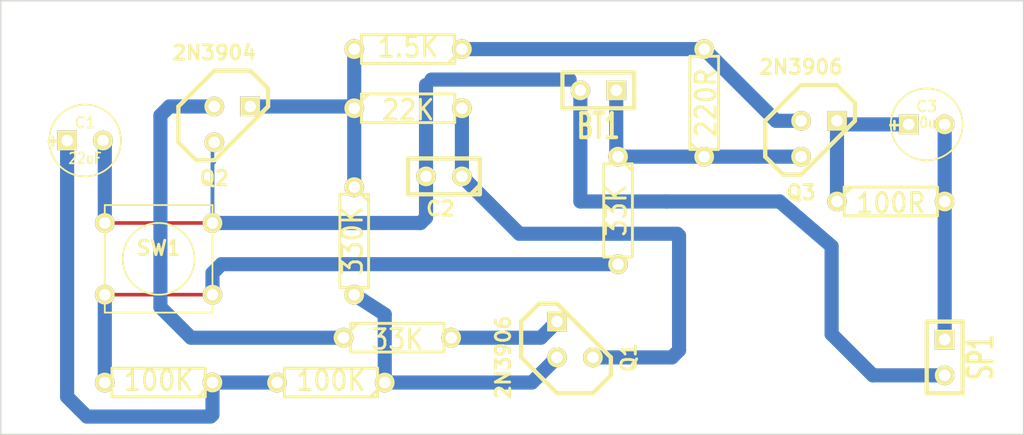
<source format=kicad_pcb>
(kicad_pcb (version 3) (host pcbnew "(2013-07-07 BZR 4022)-stable")

  (general
    (links 29)
    (no_connects 0)
    (area 78.943999 35.382999 151.434001 66.217001)
    (thickness 1.6)
    (drawings 5)
    (tracks 66)
    (zones 0)
    (modules 18)
    (nets 13)
  )

  (page A3)
  (title_block 
    (title "Sirene Transistor")
    (rev 1)
    (company "Garoa Hacker Clube")
    (comment 1 "Daniel Quadros")
  )

  (layers
    (15 F.Cu signal)
    (0 B.Cu signal)
    (16 B.Adhes user)
    (17 F.Adhes user)
    (18 B.Paste user)
    (19 F.Paste user)
    (20 B.SilkS user)
    (21 F.SilkS user)
    (22 B.Mask user)
    (23 F.Mask user)
    (24 Dwgs.User user)
    (25 Cmts.User user)
    (26 Eco1.User user)
    (27 Eco2.User user)
    (28 Edge.Cuts user)
  )

  (setup
    (last_trace_width 1)
    (user_trace_width 1)
    (trace_clearance 0.254)
    (zone_clearance 0.508)
    (zone_45_only no)
    (trace_min 0.254)
    (segment_width 0.2)
    (edge_width 0.1)
    (via_size 0.889)
    (via_drill 0.635)
    (via_min_size 0.889)
    (via_min_drill 0.508)
    (uvia_size 0.508)
    (uvia_drill 0.127)
    (uvias_allowed no)
    (uvia_min_size 0.508)
    (uvia_min_drill 0.127)
    (pcb_text_width 0.3)
    (pcb_text_size 1.5 1.5)
    (mod_edge_width 0.15)
    (mod_text_size 1 1)
    (mod_text_width 0.15)
    (pad_size 1.5 1.5)
    (pad_drill 0.6)
    (pad_to_mask_clearance 0)
    (aux_axis_origin 0 0)
    (visible_elements 7FFFFFFF)
    (pcbplotparams
      (layerselection 3178497)
      (usegerberextensions true)
      (excludeedgelayer true)
      (linewidth 0.150000)
      (plotframeref false)
      (viasonmask false)
      (mode 1)
      (useauxorigin false)
      (hpglpennumber 1)
      (hpglpenspeed 20)
      (hpglpendiameter 15)
      (hpglpenoverlay 2)
      (psnegative false)
      (psa4output false)
      (plotreference true)
      (plotvalue true)
      (plotothertext true)
      (plotinvisibletext false)
      (padsonsilk false)
      (subtractmaskfromsilk false)
      (outputformat 1)
      (mirror false)
      (drillshape 1)
      (scaleselection 1)
      (outputdirectory ""))
  )

  (net 0 "")
  (net 1 N-000001)
  (net 2 N-0000010)
  (net 3 N-0000011)
  (net 4 N-0000012)
  (net 5 N-000002)
  (net 6 N-000003)
  (net 7 N-000004)
  (net 8 N-000005)
  (net 9 N-000006)
  (net 10 N-000007)
  (net 11 N-000008)
  (net 12 N-000009)

  (net_class Default "This is the default net class."
    (clearance 0.254)
    (trace_width 0.254)
    (via_dia 0.889)
    (via_drill 0.635)
    (uvia_dia 0.508)
    (uvia_drill 0.127)
    (add_net "")
    (add_net N-000001)
    (add_net N-0000010)
    (add_net N-0000011)
    (add_net N-0000012)
    (add_net N-000002)
    (add_net N-000003)
    (add_net N-000004)
    (add_net N-000005)
    (add_net N-000006)
    (add_net N-000007)
    (add_net N-000008)
    (add_net N-000009)
  )

  (module TO92-123 (layer F.Cu) (tedit 4C5F51CE) (tstamp 54E71EB4)
    (at 119.634 59.436 90)
    (descr "Transistor TO92 brochage type BC237")
    (tags "TR TO92")
    (path /54BD78A0)
    (fp_text reference Q1 (at -1.27 3.81 90) (layer F.SilkS)
      (effects (font (size 1.016 1.016) (thickness 0.2032)))
    )
    (fp_text value 2N3906 (at -1.27 -5.08 90) (layer F.SilkS)
      (effects (font (size 1.016 1.016) (thickness 0.2032)))
    )
    (fp_line (start -1.27 2.54) (end 2.54 -1.27) (layer F.SilkS) (width 0.3048))
    (fp_line (start 2.54 -1.27) (end 2.54 -2.54) (layer F.SilkS) (width 0.3048))
    (fp_line (start 2.54 -2.54) (end 1.27 -3.81) (layer F.SilkS) (width 0.3048))
    (fp_line (start 1.27 -3.81) (end -1.27 -3.81) (layer F.SilkS) (width 0.3048))
    (fp_line (start -1.27 -3.81) (end -3.81 -1.27) (layer F.SilkS) (width 0.3048))
    (fp_line (start -3.81 -1.27) (end -3.81 1.27) (layer F.SilkS) (width 0.3048))
    (fp_line (start -3.81 1.27) (end -2.54 2.54) (layer F.SilkS) (width 0.3048))
    (fp_line (start -2.54 2.54) (end -1.27 2.54) (layer F.SilkS) (width 0.3048))
    (pad 3 thru_hole rect (at 1.27 -1.27 90) (size 1.397 1.397) (drill 0.8128)
      (layers *.Cu *.Mask F.SilkS)
      (net 11 N-000008)
    )
    (pad 2 thru_hole circle (at -1.27 -1.27 90) (size 1.397 1.397) (drill 0.8128)
      (layers *.Cu *.Mask F.SilkS)
      (net 12 N-000009)
    )
    (pad 1 thru_hole circle (at -1.27 1.27 90) (size 1.397 1.397) (drill 0.8128)
      (layers *.Cu *.Mask F.SilkS)
      (net 1 N-000001)
    )
    (model discret/to98.wrl
      (at (xyz 0 0 0))
      (scale (xyz 1 1 1))
      (rotate (xyz 0 0 0))
    )
  )

  (module TO92-123 (layer F.Cu) (tedit 4C5F51CE) (tstamp 54E71EC3)
    (at 136.906 45.212)
    (descr "Transistor TO92 brochage type BC237")
    (tags "TR TO92")
    (path /54BD78C8)
    (fp_text reference Q3 (at -1.27 3.81) (layer F.SilkS)
      (effects (font (size 1.016 1.016) (thickness 0.2032)))
    )
    (fp_text value 2N3906 (at -1.27 -5.08) (layer F.SilkS)
      (effects (font (size 1.016 1.016) (thickness 0.2032)))
    )
    (fp_line (start -1.27 2.54) (end 2.54 -1.27) (layer F.SilkS) (width 0.3048))
    (fp_line (start 2.54 -1.27) (end 2.54 -2.54) (layer F.SilkS) (width 0.3048))
    (fp_line (start 2.54 -2.54) (end 1.27 -3.81) (layer F.SilkS) (width 0.3048))
    (fp_line (start 1.27 -3.81) (end -1.27 -3.81) (layer F.SilkS) (width 0.3048))
    (fp_line (start -1.27 -3.81) (end -3.81 -1.27) (layer F.SilkS) (width 0.3048))
    (fp_line (start -3.81 -1.27) (end -3.81 1.27) (layer F.SilkS) (width 0.3048))
    (fp_line (start -3.81 1.27) (end -2.54 2.54) (layer F.SilkS) (width 0.3048))
    (fp_line (start -2.54 2.54) (end -1.27 2.54) (layer F.SilkS) (width 0.3048))
    (pad 3 thru_hole rect (at 1.27 -1.27) (size 1.397 1.397) (drill 0.8128)
      (layers *.Cu *.Mask F.SilkS)
      (net 7 N-000004)
    )
    (pad 2 thru_hole circle (at -1.27 -1.27) (size 1.397 1.397) (drill 0.8128)
      (layers *.Cu *.Mask F.SilkS)
      (net 6 N-000003)
    )
    (pad 1 thru_hole circle (at -1.27 1.27) (size 1.397 1.397) (drill 0.8128)
      (layers *.Cu *.Mask F.SilkS)
      (net 9 N-000006)
    )
    (model discret/to98.wrl
      (at (xyz 0 0 0))
      (scale (xyz 1 1 1))
      (rotate (xyz 0 0 0))
    )
  )

  (module TO92-123 (layer F.Cu) (tedit 4C5F51CE) (tstamp 54E71ED2)
    (at 95.377 44.196)
    (descr "Transistor TO92 brochage type BC237")
    (tags "TR TO92")
    (path /54BD78D6)
    (fp_text reference Q2 (at -1.27 3.81) (layer F.SilkS)
      (effects (font (size 1.016 1.016) (thickness 0.2032)))
    )
    (fp_text value 2N3904 (at -1.27 -5.08) (layer F.SilkS)
      (effects (font (size 1.016 1.016) (thickness 0.2032)))
    )
    (fp_line (start -1.27 2.54) (end 2.54 -1.27) (layer F.SilkS) (width 0.3048))
    (fp_line (start 2.54 -1.27) (end 2.54 -2.54) (layer F.SilkS) (width 0.3048))
    (fp_line (start 2.54 -2.54) (end 1.27 -3.81) (layer F.SilkS) (width 0.3048))
    (fp_line (start 1.27 -3.81) (end -1.27 -3.81) (layer F.SilkS) (width 0.3048))
    (fp_line (start -1.27 -3.81) (end -3.81 -1.27) (layer F.SilkS) (width 0.3048))
    (fp_line (start -3.81 -1.27) (end -3.81 1.27) (layer F.SilkS) (width 0.3048))
    (fp_line (start -3.81 1.27) (end -2.54 2.54) (layer F.SilkS) (width 0.3048))
    (fp_line (start -2.54 2.54) (end -1.27 2.54) (layer F.SilkS) (width 0.3048))
    (pad 3 thru_hole rect (at 1.27 -1.27) (size 1.397 1.397) (drill 0.8128)
      (layers *.Cu *.Mask F.SilkS)
      (net 5 N-000002)
    )
    (pad 2 thru_hole circle (at -1.27 -1.27) (size 1.397 1.397) (drill 0.8128)
      (layers *.Cu *.Mask F.SilkS)
      (net 10 N-000007)
    )
    (pad 1 thru_hole circle (at -1.27 1.27) (size 1.397 1.397) (drill 0.8128)
      (layers *.Cu *.Mask F.SilkS)
      (net 3 N-0000011)
    )
    (model discret/to98.wrl
      (at (xyz 0 0 0))
      (scale (xyz 1 1 1))
      (rotate (xyz 0 0 0))
    )
  )

  (module SW_PUSH_SMALL (layer F.Cu) (tedit 46544DB3) (tstamp 54E723FF)
    (at 90.17 53.721)
    (path /54BD799D)
    (fp_text reference SW1 (at 0 -0.762) (layer F.SilkS)
      (effects (font (size 1.016 1.016) (thickness 0.2032)))
    )
    (fp_text value " " (at 0 1.016) (layer F.SilkS)
      (effects (font (size 1.016 1.016) (thickness 0.2032)))
    )
    (fp_circle (center 0 0) (end 0 -2.54) (layer F.SilkS) (width 0.127))
    (fp_line (start -3.81 -3.81) (end 3.81 -3.81) (layer F.SilkS) (width 0.127))
    (fp_line (start 3.81 -3.81) (end 3.81 3.81) (layer F.SilkS) (width 0.127))
    (fp_line (start 3.81 3.81) (end -3.81 3.81) (layer F.SilkS) (width 0.127))
    (fp_line (start -3.81 -3.81) (end -3.81 3.81) (layer F.SilkS) (width 0.127))
    (pad 1 thru_hole circle (at 3.81 -2.54) (size 1.397 1.397) (drill 0.8128)
      (layers *.Cu *.Mask F.SilkS)
      (net 3 N-0000011)
    )
    (pad 2 thru_hole circle (at 3.81 2.54) (size 1.397 1.397) (drill 0.8128)
      (layers *.Cu *.Mask F.SilkS)
      (net 4 N-0000012)
    )
    (pad 1 thru_hole circle (at -3.81 -2.54) (size 1.397 1.397) (drill 0.8128)
      (layers *.Cu *.Mask F.SilkS)
      (net 3 N-0000011)
    )
    (pad 2 thru_hole circle (at -3.81 2.54) (size 1.397 1.397) (drill 0.8128)
      (layers *.Cu *.Mask F.SilkS)
      (net 4 N-0000012)
    )
  )

  (module SIL-2 (layer F.Cu) (tedit 200000) (tstamp 54E71EE9)
    (at 121.285 41.783 180)
    (descr "Connecteurs 2 pins")
    (tags "CONN DEV")
    (path /54BD7BE4)
    (fp_text reference BT1 (at 0 -2.54 180) (layer F.SilkS)
      (effects (font (size 1.72974 1.08712) (thickness 0.3048)))
    )
    (fp_text value 9V (at 0 -2.54 180) (layer F.SilkS) hide
      (effects (font (size 1.524 1.016) (thickness 0.3048)))
    )
    (fp_line (start -2.54 1.27) (end -2.54 -1.27) (layer F.SilkS) (width 0.3048))
    (fp_line (start -2.54 -1.27) (end 2.54 -1.27) (layer F.SilkS) (width 0.3048))
    (fp_line (start 2.54 -1.27) (end 2.54 1.27) (layer F.SilkS) (width 0.3048))
    (fp_line (start 2.54 1.27) (end -2.54 1.27) (layer F.SilkS) (width 0.3048))
    (pad 1 thru_hole rect (at -1.27 0 180) (size 1.397 1.397) (drill 0.8128)
      (layers *.Cu *.Mask F.SilkS)
      (net 9 N-000006)
    )
    (pad 2 thru_hole circle (at 1.27 0 180) (size 1.397 1.397) (drill 0.8128)
      (layers *.Cu *.Mask F.SilkS)
      (net 3 N-0000011)
    )
  )

  (module SIL-2 (layer F.Cu) (tedit 200000) (tstamp 54E720F0)
    (at 145.796 60.706 270)
    (descr "Connecteurs 2 pins")
    (tags "CONN DEV")
    (path /54BD7B9A)
    (fp_text reference SP1 (at 0 -2.54 270) (layer F.SilkS)
      (effects (font (size 1.72974 1.08712) (thickness 0.3048)))
    )
    (fp_text value SPEAKER (at 0 -2.54 270) (layer F.SilkS) hide
      (effects (font (size 1.524 1.016) (thickness 0.3048)))
    )
    (fp_line (start -2.54 1.27) (end -2.54 -1.27) (layer F.SilkS) (width 0.3048))
    (fp_line (start -2.54 -1.27) (end 2.54 -1.27) (layer F.SilkS) (width 0.3048))
    (fp_line (start 2.54 -1.27) (end 2.54 1.27) (layer F.SilkS) (width 0.3048))
    (fp_line (start 2.54 1.27) (end -2.54 1.27) (layer F.SilkS) (width 0.3048))
    (pad 1 thru_hole rect (at -1.27 0 270) (size 1.397 1.397) (drill 0.8128)
      (layers *.Cu *.Mask F.SilkS)
      (net 8 N-000005)
    )
    (pad 2 thru_hole circle (at 1.27 0 270) (size 1.397 1.397) (drill 0.8128)
      (layers *.Cu *.Mask F.SilkS)
      (net 3 N-0000011)
    )
  )

  (module R3 (layer F.Cu) (tedit 4E4C0E65) (tstamp 54E71F01)
    (at 107.823 38.862 180)
    (descr "Resitance 3 pas")
    (tags R)
    (path /54BD7B36)
    (autoplace_cost180 10)
    (fp_text reference R7 (at 0 0.127 180) (layer F.SilkS) hide
      (effects (font (size 1.397 1.27) (thickness 0.2032)))
    )
    (fp_text value 1.5K (at 0 0.127 180) (layer F.SilkS)
      (effects (font (size 1.397 1.27) (thickness 0.2032)))
    )
    (fp_line (start -3.81 0) (end -3.302 0) (layer F.SilkS) (width 0.2032))
    (fp_line (start 3.81 0) (end 3.302 0) (layer F.SilkS) (width 0.2032))
    (fp_line (start 3.302 0) (end 3.302 -1.016) (layer F.SilkS) (width 0.2032))
    (fp_line (start 3.302 -1.016) (end -3.302 -1.016) (layer F.SilkS) (width 0.2032))
    (fp_line (start -3.302 -1.016) (end -3.302 1.016) (layer F.SilkS) (width 0.2032))
    (fp_line (start -3.302 1.016) (end 3.302 1.016) (layer F.SilkS) (width 0.2032))
    (fp_line (start 3.302 1.016) (end 3.302 0) (layer F.SilkS) (width 0.2032))
    (fp_line (start -3.302 -0.508) (end -2.794 -1.016) (layer F.SilkS) (width 0.2032))
    (pad 1 thru_hole circle (at -3.81 0 180) (size 1.397 1.397) (drill 0.8128)
      (layers *.Cu *.Mask F.SilkS)
      (net 6 N-000003)
    )
    (pad 2 thru_hole circle (at 3.81 0 180) (size 1.397 1.397) (drill 0.8128)
      (layers *.Cu *.Mask F.SilkS)
      (net 5 N-000002)
    )
    (model discret/resistor.wrl
      (at (xyz 0 0 0))
      (scale (xyz 0.3 0.3 0.3))
      (rotate (xyz 0 0 0))
    )
  )

  (module R3 (layer F.Cu) (tedit 4E4C0E65) (tstamp 54E71F0F)
    (at 107.823 43.053)
    (descr "Resitance 3 pas")
    (tags R)
    (path /54BD7B05)
    (autoplace_cost180 10)
    (fp_text reference R5 (at 0 0.127) (layer F.SilkS) hide
      (effects (font (size 1.397 1.27) (thickness 0.2032)))
    )
    (fp_text value 22K (at 0 0.127) (layer F.SilkS)
      (effects (font (size 1.397 1.27) (thickness 0.2032)))
    )
    (fp_line (start -3.81 0) (end -3.302 0) (layer F.SilkS) (width 0.2032))
    (fp_line (start 3.81 0) (end 3.302 0) (layer F.SilkS) (width 0.2032))
    (fp_line (start 3.302 0) (end 3.302 -1.016) (layer F.SilkS) (width 0.2032))
    (fp_line (start 3.302 -1.016) (end -3.302 -1.016) (layer F.SilkS) (width 0.2032))
    (fp_line (start -3.302 -1.016) (end -3.302 1.016) (layer F.SilkS) (width 0.2032))
    (fp_line (start -3.302 1.016) (end 3.302 1.016) (layer F.SilkS) (width 0.2032))
    (fp_line (start 3.302 1.016) (end 3.302 0) (layer F.SilkS) (width 0.2032))
    (fp_line (start -3.302 -0.508) (end -2.794 -1.016) (layer F.SilkS) (width 0.2032))
    (pad 1 thru_hole circle (at -3.81 0) (size 1.397 1.397) (drill 0.8128)
      (layers *.Cu *.Mask F.SilkS)
      (net 5 N-000002)
    )
    (pad 2 thru_hole circle (at 3.81 0) (size 1.397 1.397) (drill 0.8128)
      (layers *.Cu *.Mask F.SilkS)
      (net 1 N-000001)
    )
    (model discret/resistor.wrl
      (at (xyz 0 0 0))
      (scale (xyz 0.3 0.3 0.3))
      (rotate (xyz 0 0 0))
    )
  )

  (module R3 (layer F.Cu) (tedit 4E4C0E65) (tstamp 54E71F1D)
    (at 128.778 42.672 90)
    (descr "Resitance 3 pas")
    (tags R)
    (path /54BD7B45)
    (autoplace_cost180 10)
    (fp_text reference R8 (at 0 0.127 90) (layer F.SilkS) hide
      (effects (font (size 1.397 1.27) (thickness 0.2032)))
    )
    (fp_text value 220R (at 0 0.127 90) (layer F.SilkS)
      (effects (font (size 1.397 1.27) (thickness 0.2032)))
    )
    (fp_line (start -3.81 0) (end -3.302 0) (layer F.SilkS) (width 0.2032))
    (fp_line (start 3.81 0) (end 3.302 0) (layer F.SilkS) (width 0.2032))
    (fp_line (start 3.302 0) (end 3.302 -1.016) (layer F.SilkS) (width 0.2032))
    (fp_line (start 3.302 -1.016) (end -3.302 -1.016) (layer F.SilkS) (width 0.2032))
    (fp_line (start -3.302 -1.016) (end -3.302 1.016) (layer F.SilkS) (width 0.2032))
    (fp_line (start -3.302 1.016) (end 3.302 1.016) (layer F.SilkS) (width 0.2032))
    (fp_line (start 3.302 1.016) (end 3.302 0) (layer F.SilkS) (width 0.2032))
    (fp_line (start -3.302 -0.508) (end -2.794 -1.016) (layer F.SilkS) (width 0.2032))
    (pad 1 thru_hole circle (at -3.81 0 90) (size 1.397 1.397) (drill 0.8128)
      (layers *.Cu *.Mask F.SilkS)
      (net 9 N-000006)
    )
    (pad 2 thru_hole circle (at 3.81 0 90) (size 1.397 1.397) (drill 0.8128)
      (layers *.Cu *.Mask F.SilkS)
      (net 6 N-000003)
    )
    (model discret/resistor.wrl
      (at (xyz 0 0 0))
      (scale (xyz 0.3 0.3 0.3))
      (rotate (xyz 0 0 0))
    )
  )

  (module R3 (layer F.Cu) (tedit 4E4C0E65) (tstamp 54E721B6)
    (at 122.682 50.292 270)
    (descr "Resitance 3 pas")
    (tags R)
    (path /54BD7988)
    (autoplace_cost180 10)
    (fp_text reference R1 (at 0 0.127 270) (layer F.SilkS) hide
      (effects (font (size 1.397 1.27) (thickness 0.2032)))
    )
    (fp_text value 33K (at 0 0.127 270) (layer F.SilkS)
      (effects (font (size 1.397 1.27) (thickness 0.2032)))
    )
    (fp_line (start -3.81 0) (end -3.302 0) (layer F.SilkS) (width 0.2032))
    (fp_line (start 3.81 0) (end 3.302 0) (layer F.SilkS) (width 0.2032))
    (fp_line (start 3.302 0) (end 3.302 -1.016) (layer F.SilkS) (width 0.2032))
    (fp_line (start 3.302 -1.016) (end -3.302 -1.016) (layer F.SilkS) (width 0.2032))
    (fp_line (start -3.302 -1.016) (end -3.302 1.016) (layer F.SilkS) (width 0.2032))
    (fp_line (start -3.302 1.016) (end 3.302 1.016) (layer F.SilkS) (width 0.2032))
    (fp_line (start 3.302 1.016) (end 3.302 0) (layer F.SilkS) (width 0.2032))
    (fp_line (start -3.302 -0.508) (end -2.794 -1.016) (layer F.SilkS) (width 0.2032))
    (pad 1 thru_hole circle (at -3.81 0 270) (size 1.397 1.397) (drill 0.8128)
      (layers *.Cu *.Mask F.SilkS)
      (net 9 N-000006)
    )
    (pad 2 thru_hole circle (at 3.81 0 270) (size 1.397 1.397) (drill 0.8128)
      (layers *.Cu *.Mask F.SilkS)
      (net 4 N-0000012)
    )
    (model discret/resistor.wrl
      (at (xyz 0 0 0))
      (scale (xyz 0.3 0.3 0.3))
      (rotate (xyz 0 0 0))
    )
  )

  (module R3 (layer F.Cu) (tedit 4E4C0E65) (tstamp 54E71F39)
    (at 90.17 62.484 180)
    (descr "Resitance 3 pas")
    (tags R)
    (path /54BD796F)
    (autoplace_cost180 10)
    (fp_text reference R2 (at 0 0.127 180) (layer F.SilkS) hide
      (effects (font (size 1.397 1.27) (thickness 0.2032)))
    )
    (fp_text value 100K (at 0 0.127 180) (layer F.SilkS)
      (effects (font (size 1.397 1.27) (thickness 0.2032)))
    )
    (fp_line (start -3.81 0) (end -3.302 0) (layer F.SilkS) (width 0.2032))
    (fp_line (start 3.81 0) (end 3.302 0) (layer F.SilkS) (width 0.2032))
    (fp_line (start 3.302 0) (end 3.302 -1.016) (layer F.SilkS) (width 0.2032))
    (fp_line (start 3.302 -1.016) (end -3.302 -1.016) (layer F.SilkS) (width 0.2032))
    (fp_line (start -3.302 -1.016) (end -3.302 1.016) (layer F.SilkS) (width 0.2032))
    (fp_line (start -3.302 1.016) (end 3.302 1.016) (layer F.SilkS) (width 0.2032))
    (fp_line (start 3.302 1.016) (end 3.302 0) (layer F.SilkS) (width 0.2032))
    (fp_line (start -3.302 -0.508) (end -2.794 -1.016) (layer F.SilkS) (width 0.2032))
    (pad 1 thru_hole circle (at -3.81 0 180) (size 1.397 1.397) (drill 0.8128)
      (layers *.Cu *.Mask F.SilkS)
      (net 2 N-0000010)
    )
    (pad 2 thru_hole circle (at 3.81 0 180) (size 1.397 1.397) (drill 0.8128)
      (layers *.Cu *.Mask F.SilkS)
      (net 4 N-0000012)
    )
    (model discret/resistor.wrl
      (at (xyz 0 0 0))
      (scale (xyz 0.3 0.3 0.3))
      (rotate (xyz 0 0 0))
    )
  )

  (module R3 (layer F.Cu) (tedit 4E4C0E65) (tstamp 54E722B3)
    (at 102.362 62.484 180)
    (descr "Resitance 3 pas")
    (tags R)
    (path /54BD7913)
    (autoplace_cost180 10)
    (fp_text reference R3 (at 0 0.127 180) (layer F.SilkS) hide
      (effects (font (size 1.397 1.27) (thickness 0.2032)))
    )
    (fp_text value 100K (at 0 0.127 180) (layer F.SilkS)
      (effects (font (size 1.397 1.27) (thickness 0.2032)))
    )
    (fp_line (start -3.81 0) (end -3.302 0) (layer F.SilkS) (width 0.2032))
    (fp_line (start 3.81 0) (end 3.302 0) (layer F.SilkS) (width 0.2032))
    (fp_line (start 3.302 0) (end 3.302 -1.016) (layer F.SilkS) (width 0.2032))
    (fp_line (start 3.302 -1.016) (end -3.302 -1.016) (layer F.SilkS) (width 0.2032))
    (fp_line (start -3.302 -1.016) (end -3.302 1.016) (layer F.SilkS) (width 0.2032))
    (fp_line (start -3.302 1.016) (end 3.302 1.016) (layer F.SilkS) (width 0.2032))
    (fp_line (start 3.302 1.016) (end 3.302 0) (layer F.SilkS) (width 0.2032))
    (fp_line (start -3.302 -0.508) (end -2.794 -1.016) (layer F.SilkS) (width 0.2032))
    (pad 1 thru_hole circle (at -3.81 0 180) (size 1.397 1.397) (drill 0.8128)
      (layers *.Cu *.Mask F.SilkS)
      (net 12 N-000009)
    )
    (pad 2 thru_hole circle (at 3.81 0 180) (size 1.397 1.397) (drill 0.8128)
      (layers *.Cu *.Mask F.SilkS)
      (net 2 N-0000010)
    )
    (model discret/resistor.wrl
      (at (xyz 0 0 0))
      (scale (xyz 0.3 0.3 0.3))
      (rotate (xyz 0 0 0))
    )
  )

  (module R3 (layer F.Cu) (tedit 4E4C0E65) (tstamp 54E71F55)
    (at 104.013 52.451 270)
    (descr "Resitance 3 pas")
    (tags R)
    (path /54BD7909)
    (autoplace_cost180 10)
    (fp_text reference R4 (at 0 0.127 270) (layer F.SilkS) hide
      (effects (font (size 1.397 1.27) (thickness 0.2032)))
    )
    (fp_text value 330K (at 0 0.127 270) (layer F.SilkS)
      (effects (font (size 1.397 1.27) (thickness 0.2032)))
    )
    (fp_line (start -3.81 0) (end -3.302 0) (layer F.SilkS) (width 0.2032))
    (fp_line (start 3.81 0) (end 3.302 0) (layer F.SilkS) (width 0.2032))
    (fp_line (start 3.302 0) (end 3.302 -1.016) (layer F.SilkS) (width 0.2032))
    (fp_line (start 3.302 -1.016) (end -3.302 -1.016) (layer F.SilkS) (width 0.2032))
    (fp_line (start -3.302 -1.016) (end -3.302 1.016) (layer F.SilkS) (width 0.2032))
    (fp_line (start -3.302 1.016) (end 3.302 1.016) (layer F.SilkS) (width 0.2032))
    (fp_line (start 3.302 1.016) (end 3.302 0) (layer F.SilkS) (width 0.2032))
    (fp_line (start -3.302 -0.508) (end -2.794 -1.016) (layer F.SilkS) (width 0.2032))
    (pad 1 thru_hole circle (at -3.81 0 270) (size 1.397 1.397) (drill 0.8128)
      (layers *.Cu *.Mask F.SilkS)
      (net 5 N-000002)
    )
    (pad 2 thru_hole circle (at 3.81 0 270) (size 1.397 1.397) (drill 0.8128)
      (layers *.Cu *.Mask F.SilkS)
      (net 12 N-000009)
    )
    (model discret/resistor.wrl
      (at (xyz 0 0 0))
      (scale (xyz 0.3 0.3 0.3))
      (rotate (xyz 0 0 0))
    )
  )

  (module R3 (layer F.Cu) (tedit 4E4C0E65) (tstamp 54E71F63)
    (at 107.061 59.309)
    (descr "Resitance 3 pas")
    (tags R)
    (path /54BD78E6)
    (autoplace_cost180 10)
    (fp_text reference R6 (at 0 0.127) (layer F.SilkS) hide
      (effects (font (size 1.397 1.27) (thickness 0.2032)))
    )
    (fp_text value 33K (at 0 0.127) (layer F.SilkS)
      (effects (font (size 1.397 1.27) (thickness 0.2032)))
    )
    (fp_line (start -3.81 0) (end -3.302 0) (layer F.SilkS) (width 0.2032))
    (fp_line (start 3.81 0) (end 3.302 0) (layer F.SilkS) (width 0.2032))
    (fp_line (start 3.302 0) (end 3.302 -1.016) (layer F.SilkS) (width 0.2032))
    (fp_line (start 3.302 -1.016) (end -3.302 -1.016) (layer F.SilkS) (width 0.2032))
    (fp_line (start -3.302 -1.016) (end -3.302 1.016) (layer F.SilkS) (width 0.2032))
    (fp_line (start -3.302 1.016) (end 3.302 1.016) (layer F.SilkS) (width 0.2032))
    (fp_line (start 3.302 1.016) (end 3.302 0) (layer F.SilkS) (width 0.2032))
    (fp_line (start -3.302 -0.508) (end -2.794 -1.016) (layer F.SilkS) (width 0.2032))
    (pad 1 thru_hole circle (at -3.81 0) (size 1.397 1.397) (drill 0.8128)
      (layers *.Cu *.Mask F.SilkS)
      (net 10 N-000007)
    )
    (pad 2 thru_hole circle (at 3.81 0) (size 1.397 1.397) (drill 0.8128)
      (layers *.Cu *.Mask F.SilkS)
      (net 11 N-000008)
    )
    (model discret/resistor.wrl
      (at (xyz 0 0 0))
      (scale (xyz 0.3 0.3 0.3))
      (rotate (xyz 0 0 0))
    )
  )

  (module R3 (layer F.Cu) (tedit 4E4C0E65) (tstamp 54E71F71)
    (at 141.986 49.657)
    (descr "Resitance 3 pas")
    (tags R)
    (path /54BD7B59)
    (autoplace_cost180 10)
    (fp_text reference R9 (at 0 0.127) (layer F.SilkS) hide
      (effects (font (size 1.397 1.27) (thickness 0.2032)))
    )
    (fp_text value 100R (at 0 0.127) (layer F.SilkS)
      (effects (font (size 1.397 1.27) (thickness 0.2032)))
    )
    (fp_line (start -3.81 0) (end -3.302 0) (layer F.SilkS) (width 0.2032))
    (fp_line (start 3.81 0) (end 3.302 0) (layer F.SilkS) (width 0.2032))
    (fp_line (start 3.302 0) (end 3.302 -1.016) (layer F.SilkS) (width 0.2032))
    (fp_line (start 3.302 -1.016) (end -3.302 -1.016) (layer F.SilkS) (width 0.2032))
    (fp_line (start -3.302 -1.016) (end -3.302 1.016) (layer F.SilkS) (width 0.2032))
    (fp_line (start -3.302 1.016) (end 3.302 1.016) (layer F.SilkS) (width 0.2032))
    (fp_line (start 3.302 1.016) (end 3.302 0) (layer F.SilkS) (width 0.2032))
    (fp_line (start -3.302 -0.508) (end -2.794 -1.016) (layer F.SilkS) (width 0.2032))
    (pad 1 thru_hole circle (at -3.81 0) (size 1.397 1.397) (drill 0.8128)
      (layers *.Cu *.Mask F.SilkS)
      (net 7 N-000004)
    )
    (pad 2 thru_hole circle (at 3.81 0) (size 1.397 1.397) (drill 0.8128)
      (layers *.Cu *.Mask F.SilkS)
      (net 8 N-000005)
    )
    (model discret/resistor.wrl
      (at (xyz 0 0 0))
      (scale (xyz 0.3 0.3 0.3))
      (rotate (xyz 0 0 0))
    )
  )

  (module C1V5 (layer F.Cu) (tedit 3E070CF4) (tstamp 54E71F79)
    (at 84.963 45.339)
    (descr "Condensateur e = 1 pas")
    (tags C)
    (path /54BD7969)
    (fp_text reference C1 (at 0 -1.26746) (layer F.SilkS)
      (effects (font (size 0.762 0.762) (thickness 0.127)))
    )
    (fp_text value 22uF (at 0 1.27) (layer F.SilkS)
      (effects (font (size 0.762 0.635) (thickness 0.127)))
    )
    (fp_text user + (at -2.286 0) (layer F.SilkS)
      (effects (font (size 0.762 0.762) (thickness 0.2032)))
    )
    (fp_circle (center 0 0) (end 0.127 -2.54) (layer F.SilkS) (width 0.127))
    (pad 1 thru_hole rect (at -1.27 0) (size 1.397 1.397) (drill 0.8128)
      (layers *.Cu *.Mask F.SilkS)
      (net 2 N-0000010)
    )
    (pad 2 thru_hole circle (at 1.27 0) (size 1.397 1.397) (drill 0.8128)
      (layers *.Cu *.Mask F.SilkS)
      (net 3 N-0000011)
    )
    (model discret/c_vert_c1v5.wrl
      (at (xyz 0 0 0))
      (scale (xyz 1 1 1))
      (rotate (xyz 0 0 0))
    )
  )

  (module C1V5 (layer F.Cu) (tedit 54E71F19) (tstamp 54E71F81)
    (at 144.526 44.196)
    (descr "Condensateur e = 1 pas")
    (tags C)
    (path /54BD7B64)
    (fp_text reference C3 (at 0 -1.26746) (layer F.SilkS)
      (effects (font (size 0.762 0.762) (thickness 0.127)))
    )
    (fp_text value 100uF (at -0.254 -0.127) (layer F.SilkS)
      (effects (font (size 0.762 0.635) (thickness 0.127)))
    )
    (fp_text user + (at -2.286 0) (layer F.SilkS)
      (effects (font (size 0.762 0.762) (thickness 0.2032)))
    )
    (fp_circle (center 0 0) (end 0.127 -2.54) (layer F.SilkS) (width 0.127))
    (pad 1 thru_hole rect (at -1.27 0) (size 1.397 1.397) (drill 0.8128)
      (layers *.Cu *.Mask F.SilkS)
      (net 7 N-000004)
    )
    (pad 2 thru_hole circle (at 1.27 0) (size 1.397 1.397) (drill 0.8128)
      (layers *.Cu *.Mask F.SilkS)
      (net 8 N-000005)
    )
    (model discret/c_vert_c1v5.wrl
      (at (xyz 0 0 0))
      (scale (xyz 1 1 1))
      (rotate (xyz 0 0 0))
    )
  )

  (module C1 (layer F.Cu) (tedit 3F92C496) (tstamp 54E71F8C)
    (at 110.363 47.879 180)
    (descr "Condensateur e = 1 pas")
    (tags C)
    (path /54BD79F9)
    (fp_text reference C2 (at 0.254 -2.286 180) (layer F.SilkS)
      (effects (font (size 1.016 1.016) (thickness 0.2032)))
    )
    (fp_text value 0,1uF (at 0 -2.286 180) (layer F.SilkS) hide
      (effects (font (size 1.016 1.016) (thickness 0.2032)))
    )
    (fp_line (start -2.4892 -1.27) (end 2.54 -1.27) (layer F.SilkS) (width 0.3048))
    (fp_line (start 2.54 -1.27) (end 2.54 1.27) (layer F.SilkS) (width 0.3048))
    (fp_line (start 2.54 1.27) (end -2.54 1.27) (layer F.SilkS) (width 0.3048))
    (fp_line (start -2.54 1.27) (end -2.54 -1.27) (layer F.SilkS) (width 0.3048))
    (fp_line (start -2.54 -0.635) (end -1.905 -1.27) (layer F.SilkS) (width 0.3048))
    (pad 1 thru_hole circle (at -1.27 0 180) (size 1.397 1.397) (drill 0.8128)
      (layers *.Cu *.Mask F.SilkS)
      (net 1 N-000001)
    )
    (pad 2 thru_hole circle (at 1.27 0 180) (size 1.397 1.397) (drill 0.8128)
      (layers *.Cu *.Mask F.SilkS)
      (net 3 N-0000011)
    )
    (model discret/capa_1_pas.wrl
      (at (xyz 0 0 0))
      (scale (xyz 1 1 1))
      (rotate (xyz 0 0 0))
    )
  )

  (gr_line (start 78.994 35.433) (end 80.137 35.433) (angle 90) (layer Edge.Cuts) (width 0.1))
  (gr_line (start 78.994 66.167) (end 78.994 35.433) (angle 90) (layer Edge.Cuts) (width 0.1))
  (gr_line (start 151.384 66.167) (end 78.994 66.167) (angle 90) (layer Edge.Cuts) (width 0.1))
  (gr_line (start 151.384 35.433) (end 151.384 66.167) (angle 90) (layer Edge.Cuts) (width 0.1))
  (gr_line (start 80.01 35.433) (end 151.384 35.433) (angle 90) (layer Edge.Cuts) (width 0.1))

  (segment (start 120.904 60.706) (end 126.492 60.706) (width 1) (layer B.Cu) (net 1))
  (segment (start 115.697 51.943) (end 111.633 47.879) (width 1) (layer B.Cu) (net 1) (tstamp 54E724E0))
  (segment (start 126.873 51.943) (end 115.697 51.943) (width 1) (layer B.Cu) (net 1) (tstamp 54E724DC))
  (segment (start 127 52.07) (end 126.873 51.943) (width 0.254) (layer B.Cu) (net 1) (tstamp 54E724D8))
  (segment (start 127 60.198) (end 127 52.07) (width 1) (layer B.Cu) (net 1) (tstamp 54E724D3))
  (segment (start 126.492 60.706) (end 127 60.198) (width 1) (layer B.Cu) (net 1) (tstamp 54E724D1))
  (segment (start 111.633 47.879) (end 111.633 43.053) (width 1) (layer B.Cu) (net 1) (tstamp 54E724A1))
  (segment (start 93.98 62.484) (end 93.98 64.77) (width 1) (layer B.Cu) (net 2))
  (segment (start 83.693 63.5) (end 83.693 45.339) (width 1) (layer B.Cu) (net 2) (tstamp 54E72397))
  (segment (start 85.09 64.897) (end 83.693 63.5) (width 1) (layer B.Cu) (net 2) (tstamp 54E72396))
  (segment (start 93.853 64.897) (end 85.09 64.897) (width 1) (layer B.Cu) (net 2) (tstamp 54E72395))
  (segment (start 93.98 64.77) (end 93.853 64.897) (width 0.254) (layer B.Cu) (net 2) (tstamp 54E72394))
  (segment (start 93.98 62.484) (end 98.552 62.484) (width 1) (layer B.Cu) (net 2))
  (segment (start 86.36 51.181) (end 93.98 51.181) (width 0.254) (layer F.Cu) (net 3))
  (segment (start 93.98 51.181) (end 108.712 51.181) (width 1) (layer B.Cu) (net 3))
  (segment (start 108.712 51.181) (end 109.093 50.8) (width 1) (layer B.Cu) (net 3) (tstamp 54E72656))
  (segment (start 109.093 50.8) (end 109.093 47.879) (width 1) (layer B.Cu) (net 3) (tstamp 54E72659))
  (segment (start 109.093 47.879) (end 109.093 41.402) (width 1) (layer B.Cu) (net 3))
  (segment (start 109.093 41.402) (end 109.474 41.021) (width 0.254) (layer B.Cu) (net 3) (tstamp 54E724B1))
  (segment (start 109.474 41.021) (end 119.253 41.021) (width 1) (layer B.Cu) (net 3) (tstamp 54E724B5))
  (segment (start 119.253 41.021) (end 120.015 41.783) (width 0.254) (layer B.Cu) (net 3) (tstamp 54E724BC))
  (segment (start 93.98 51.181) (end 93.98 45.593) (width 0.254) (layer B.Cu) (net 3) (status 10))
  (segment (start 93.98 45.593) (end 94.107 45.466) (width 0.254) (layer B.Cu) (net 3) (tstamp 54E723B3))
  (segment (start 93.98 51.181) (end 93.98 46.99) (width 0.254) (layer B.Cu) (net 3) (status 10))
  (segment (start 93.98 46.99) (end 94.107 46.863) (width 0.254) (layer B.Cu) (net 3) (tstamp 54E723A0))
  (segment (start 86.36 51.181) (end 86.36 45.466) (width 1) (layer B.Cu) (net 3) (status 10))
  (segment (start 86.36 45.466) (end 86.233 45.339) (width 0.254) (layer B.Cu) (net 3) (tstamp 54E7239D))
  (segment (start 145.796 61.976) (end 140.716 61.976) (width 1) (layer B.Cu) (net 3))
  (segment (start 120.015 49.657) (end 120.015 41.783) (width 1) (layer B.Cu) (net 3) (tstamp 54E7235B))
  (segment (start 126.111 49.657) (end 120.015 49.657) (width 1) (layer B.Cu) (net 3) (tstamp 54E7235A))
  (segment (start 134.112 49.657) (end 126.111 49.657) (width 1) (layer B.Cu) (net 3) (tstamp 54E72358))
  (segment (start 137.795 52.832) (end 134.112 49.657) (width 1) (layer B.Cu) (net 3) (tstamp 54E72357))
  (segment (start 137.795 59.055) (end 137.795 52.832) (width 1) (layer B.Cu) (net 3) (tstamp 54E72355))
  (segment (start 140.716 61.976) (end 137.795 59.055) (width 1) (layer B.Cu) (net 3) (tstamp 54E72354))
  (segment (start 86.36 56.261) (end 93.98 56.261) (width 0.254) (layer F.Cu) (net 4))
  (segment (start 93.98 56.261) (end 93.98 54.737) (width 1) (layer B.Cu) (net 4))
  (segment (start 93.98 54.737) (end 94.615 54.102) (width 1) (layer B.Cu) (net 4) (tstamp 54E7259C))
  (segment (start 94.615 54.102) (end 122.682 54.102) (width 1) (layer B.Cu) (net 4) (tstamp 54E7259E))
  (segment (start 86.36 62.484) (end 86.36 56.261) (width 1) (layer B.Cu) (net 4) (status 20))
  (segment (start 104.013 48.641) (end 104.013 43.053) (width 1) (layer B.Cu) (net 5) (status 10))
  (segment (start 96.647 42.926) (end 103.886 42.926) (width 1) (layer B.Cu) (net 5))
  (segment (start 104.013 42.799) (end 104.013 38.862) (width 1) (layer B.Cu) (net 5) (tstamp 54E72447))
  (segment (start 103.886 42.926) (end 104.013 42.799) (width 0.254) (layer B.Cu) (net 5) (tstamp 54E72446))
  (segment (start 128.778 38.862) (end 111.633 38.862) (width 1) (layer B.Cu) (net 6))
  (segment (start 135.636 43.942) (end 133.858 43.942) (width 1) (layer B.Cu) (net 6))
  (segment (start 133.858 43.942) (end 128.778 38.862) (width 1) (layer B.Cu) (net 6) (tstamp 54E72363))
  (segment (start 138.176 49.657) (end 138.176 43.942) (width 1) (layer B.Cu) (net 7))
  (segment (start 138.176 43.942) (end 138.43 44.196) (width 0.254) (layer B.Cu) (net 7) (tstamp 54E72350))
  (segment (start 138.43 44.196) (end 143.256 44.196) (width 1) (layer B.Cu) (net 7) (tstamp 54E72351))
  (segment (start 145.796 44.196) (end 145.796 49.657) (width 1) (layer B.Cu) (net 8))
  (segment (start 145.796 49.657) (end 145.796 59.436) (width 1) (layer B.Cu) (net 8) (tstamp 54E7234D))
  (segment (start 128.778 46.482) (end 135.636 46.482) (width 1) (layer B.Cu) (net 9))
  (segment (start 122.682 46.482) (end 128.778 46.482) (width 1) (layer B.Cu) (net 9))
  (segment (start 122.555 41.783) (end 122.555 46.355) (width 1) (layer B.Cu) (net 9))
  (segment (start 122.555 46.355) (end 122.682 46.482) (width 0.254) (layer B.Cu) (net 9) (tstamp 54E7235F))
  (segment (start 103.251 59.309) (end 92.456 59.309) (width 1) (layer B.Cu) (net 10))
  (segment (start 90.932 42.926) (end 94.107 42.926) (width 1) (layer B.Cu) (net 10) (tstamp 54E72443))
  (segment (start 90.297 43.561) (end 90.932 42.926) (width 1) (layer B.Cu) (net 10) (tstamp 54E72442))
  (segment (start 90.297 57.15) (end 90.297 43.561) (width 1) (layer B.Cu) (net 10) (tstamp 54E72440))
  (segment (start 92.456 59.309) (end 90.297 57.15) (width 1) (layer B.Cu) (net 10) (tstamp 54E7243F))
  (segment (start 110.871 59.309) (end 117.221 59.309) (width 1) (layer B.Cu) (net 11))
  (segment (start 117.221 59.309) (end 118.364 58.166) (width 1) (layer B.Cu) (net 11) (tstamp 54E7246B))
  (segment (start 106.172 62.484) (end 106.172 57.658) (width 1) (layer B.Cu) (net 12))
  (segment (start 106.172 57.658) (end 104.013 56.261) (width 1) (layer B.Cu) (net 12) (tstamp 54E72597) (status 20))
  (segment (start 106.172 62.484) (end 116.586 62.484) (width 1) (layer B.Cu) (net 12))
  (segment (start 116.586 62.484) (end 118.364 60.706) (width 1) (layer B.Cu) (net 12) (tstamp 54E72466))

)

</source>
